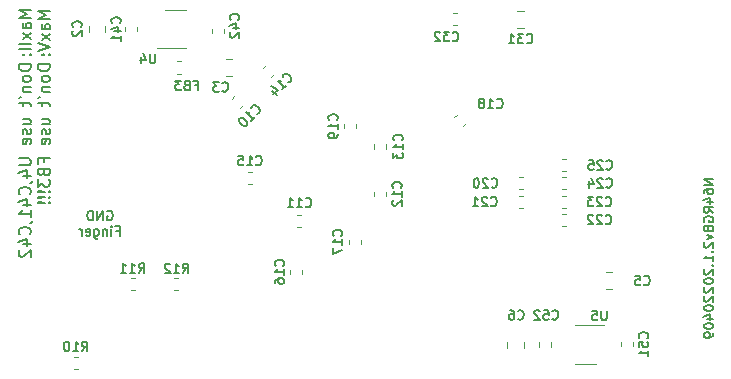
<source format=gbr>
G04 #@! TF.GenerationSoftware,KiCad,Pcbnew,(6.0.4)*
G04 #@! TF.CreationDate,2022-07-13T22:26:53+02:00*
G04 #@! TF.ProjectId,n64rgbv2.1,6e363472-6762-4763-922e-312e6b696361,rev?*
G04 #@! TF.SameCoordinates,Original*
G04 #@! TF.FileFunction,Legend,Bot*
G04 #@! TF.FilePolarity,Positive*
%FSLAX46Y46*%
G04 Gerber Fmt 4.6, Leading zero omitted, Abs format (unit mm)*
G04 Created by KiCad (PCBNEW (6.0.4)) date 2022-07-13 22:26:53*
%MOMM*%
%LPD*%
G01*
G04 APERTURE LIST*
%ADD10C,0.150000*%
%ADD11C,0.120000*%
G04 APERTURE END LIST*
D10*
X115928580Y-93705995D02*
X114928580Y-93705995D01*
X114928580Y-93944090D01*
X114976200Y-94086947D01*
X115071438Y-94182185D01*
X115166676Y-94229804D01*
X115357152Y-94277423D01*
X115500009Y-94277423D01*
X115690485Y-94229804D01*
X115785723Y-94182185D01*
X115880961Y-94086947D01*
X115928580Y-93944090D01*
X115928580Y-93705995D01*
X115928580Y-94848852D02*
X115880961Y-94753614D01*
X115833342Y-94705995D01*
X115738104Y-94658376D01*
X115452390Y-94658376D01*
X115357152Y-94705995D01*
X115309533Y-94753614D01*
X115261914Y-94848852D01*
X115261914Y-94991709D01*
X115309533Y-95086947D01*
X115357152Y-95134566D01*
X115452390Y-95182185D01*
X115738104Y-95182185D01*
X115833342Y-95134566D01*
X115880961Y-95086947D01*
X115928580Y-94991709D01*
X115928580Y-94848852D01*
X115261914Y-95610757D02*
X115928580Y-95610757D01*
X115357152Y-95610757D02*
X115309533Y-95658376D01*
X115261914Y-95753614D01*
X115261914Y-95896471D01*
X115309533Y-95991709D01*
X115404771Y-96039328D01*
X115928580Y-96039328D01*
X114928580Y-96563138D02*
X115119057Y-96467900D01*
X115261914Y-96848852D02*
X115261914Y-97229804D01*
X114928580Y-96991709D02*
X115785723Y-96991709D01*
X115880961Y-97039328D01*
X115928580Y-97134566D01*
X115928580Y-97229804D01*
X115261914Y-98753614D02*
X115928580Y-98753614D01*
X115261914Y-98325042D02*
X115785723Y-98325042D01*
X115880961Y-98372661D01*
X115928580Y-98467900D01*
X115928580Y-98610757D01*
X115880961Y-98705995D01*
X115833342Y-98753614D01*
X115880961Y-99182185D02*
X115928580Y-99277423D01*
X115928580Y-99467900D01*
X115880961Y-99563138D01*
X115785723Y-99610757D01*
X115738104Y-99610757D01*
X115642866Y-99563138D01*
X115595247Y-99467900D01*
X115595247Y-99325042D01*
X115547628Y-99229804D01*
X115452390Y-99182185D01*
X115404771Y-99182185D01*
X115309533Y-99229804D01*
X115261914Y-99325042D01*
X115261914Y-99467900D01*
X115309533Y-99563138D01*
X115880961Y-100420280D02*
X115928580Y-100325042D01*
X115928580Y-100134566D01*
X115880961Y-100039328D01*
X115785723Y-99991709D01*
X115404771Y-99991709D01*
X115309533Y-100039328D01*
X115261914Y-100134566D01*
X115261914Y-100325042D01*
X115309533Y-100420280D01*
X115404771Y-100467900D01*
X115500009Y-100467900D01*
X115595247Y-99991709D01*
X114928580Y-101658376D02*
X115738104Y-101658376D01*
X115833342Y-101705995D01*
X115880961Y-101753614D01*
X115928580Y-101848852D01*
X115928580Y-102039328D01*
X115880961Y-102134566D01*
X115833342Y-102182185D01*
X115738104Y-102229804D01*
X114928580Y-102229804D01*
X115261914Y-103134566D02*
X115928580Y-103134566D01*
X114880961Y-102896471D02*
X115595247Y-102658376D01*
X115595247Y-103277423D01*
X115880961Y-103705995D02*
X115928580Y-103705995D01*
X116023819Y-103658376D01*
X116071438Y-103610757D01*
X115833342Y-104705995D02*
X115880961Y-104658376D01*
X115928580Y-104515519D01*
X115928580Y-104420280D01*
X115880961Y-104277423D01*
X115785723Y-104182185D01*
X115690485Y-104134566D01*
X115500009Y-104086947D01*
X115357152Y-104086947D01*
X115166676Y-104134566D01*
X115071438Y-104182185D01*
X114976200Y-104277423D01*
X114928580Y-104420280D01*
X114928580Y-104515519D01*
X114976200Y-104658376D01*
X115023819Y-104705995D01*
X115261914Y-105563138D02*
X115928580Y-105563138D01*
X114880961Y-105325042D02*
X115595247Y-105086947D01*
X115595247Y-105705995D01*
X115928580Y-106610757D02*
X115928580Y-106039328D01*
X115928580Y-106325042D02*
X114928580Y-106325042D01*
X115071438Y-106229804D01*
X115166676Y-106134566D01*
X115214295Y-106039328D01*
X115880961Y-107086947D02*
X115928580Y-107086947D01*
X116023819Y-107039328D01*
X116071438Y-106991709D01*
X115833342Y-108086947D02*
X115880961Y-108039328D01*
X115928580Y-107896471D01*
X115928580Y-107801233D01*
X115880961Y-107658376D01*
X115785723Y-107563138D01*
X115690485Y-107515519D01*
X115500009Y-107467900D01*
X115357152Y-107467900D01*
X115166676Y-107515519D01*
X115071438Y-107563138D01*
X114976200Y-107658376D01*
X114928580Y-107801233D01*
X114928580Y-107896471D01*
X114976200Y-108039328D01*
X115023819Y-108086947D01*
X115261914Y-108944090D02*
X115928580Y-108944090D01*
X114880961Y-108705995D02*
X115595247Y-108467900D01*
X115595247Y-109086947D01*
X115023819Y-109420280D02*
X114976200Y-109467900D01*
X114928580Y-109563138D01*
X114928580Y-109801233D01*
X114976200Y-109896471D01*
X115023819Y-109944090D01*
X115119057Y-109991709D01*
X115214295Y-109991709D01*
X115357152Y-109944090D01*
X115928580Y-109372661D01*
X115928580Y-109991709D01*
X117538580Y-93705995D02*
X116538580Y-93705995D01*
X116538580Y-93944090D01*
X116586200Y-94086947D01*
X116681438Y-94182185D01*
X116776676Y-94229804D01*
X116967152Y-94277423D01*
X117110009Y-94277423D01*
X117300485Y-94229804D01*
X117395723Y-94182185D01*
X117490961Y-94086947D01*
X117538580Y-93944090D01*
X117538580Y-93705995D01*
X117538580Y-94848852D02*
X117490961Y-94753614D01*
X117443342Y-94705995D01*
X117348104Y-94658376D01*
X117062390Y-94658376D01*
X116967152Y-94705995D01*
X116919533Y-94753614D01*
X116871914Y-94848852D01*
X116871914Y-94991709D01*
X116919533Y-95086947D01*
X116967152Y-95134566D01*
X117062390Y-95182185D01*
X117348104Y-95182185D01*
X117443342Y-95134566D01*
X117490961Y-95086947D01*
X117538580Y-94991709D01*
X117538580Y-94848852D01*
X116871914Y-95610757D02*
X117538580Y-95610757D01*
X116967152Y-95610757D02*
X116919533Y-95658376D01*
X116871914Y-95753614D01*
X116871914Y-95896471D01*
X116919533Y-95991709D01*
X117014771Y-96039328D01*
X117538580Y-96039328D01*
X116538580Y-96563138D02*
X116729057Y-96467900D01*
X116871914Y-96848852D02*
X116871914Y-97229804D01*
X116538580Y-96991709D02*
X117395723Y-96991709D01*
X117490961Y-97039328D01*
X117538580Y-97134566D01*
X117538580Y-97229804D01*
X116871914Y-98753614D02*
X117538580Y-98753614D01*
X116871914Y-98325042D02*
X117395723Y-98325042D01*
X117490961Y-98372661D01*
X117538580Y-98467900D01*
X117538580Y-98610757D01*
X117490961Y-98705995D01*
X117443342Y-98753614D01*
X117490961Y-99182185D02*
X117538580Y-99277423D01*
X117538580Y-99467900D01*
X117490961Y-99563138D01*
X117395723Y-99610757D01*
X117348104Y-99610757D01*
X117252866Y-99563138D01*
X117205247Y-99467900D01*
X117205247Y-99325042D01*
X117157628Y-99229804D01*
X117062390Y-99182185D01*
X117014771Y-99182185D01*
X116919533Y-99229804D01*
X116871914Y-99325042D01*
X116871914Y-99467900D01*
X116919533Y-99563138D01*
X117490961Y-100420280D02*
X117538580Y-100325042D01*
X117538580Y-100134566D01*
X117490961Y-100039328D01*
X117395723Y-99991709D01*
X117014771Y-99991709D01*
X116919533Y-100039328D01*
X116871914Y-100134566D01*
X116871914Y-100325042D01*
X116919533Y-100420280D01*
X117014771Y-100467900D01*
X117110009Y-100467900D01*
X117205247Y-99991709D01*
X117014771Y-101991709D02*
X117014771Y-101658376D01*
X117538580Y-101658376D02*
X116538580Y-101658376D01*
X116538580Y-102134566D01*
X117014771Y-102848852D02*
X117062390Y-102991709D01*
X117110009Y-103039328D01*
X117205247Y-103086947D01*
X117348104Y-103086947D01*
X117443342Y-103039328D01*
X117490961Y-102991709D01*
X117538580Y-102896471D01*
X117538580Y-102515519D01*
X116538580Y-102515519D01*
X116538580Y-102848852D01*
X116586200Y-102944090D01*
X116633819Y-102991709D01*
X116729057Y-103039328D01*
X116824295Y-103039328D01*
X116919533Y-102991709D01*
X116967152Y-102944090D01*
X117014771Y-102848852D01*
X117014771Y-102515519D01*
X116538580Y-103420280D02*
X116538580Y-104039328D01*
X116919533Y-103705995D01*
X116919533Y-103848852D01*
X116967152Y-103944090D01*
X117014771Y-103991709D01*
X117110009Y-104039328D01*
X117348104Y-104039328D01*
X117443342Y-103991709D01*
X117490961Y-103944090D01*
X117538580Y-103848852D01*
X117538580Y-103563138D01*
X117490961Y-103467900D01*
X117443342Y-103420280D01*
X117443342Y-104467900D02*
X117490961Y-104515519D01*
X117538580Y-104467900D01*
X117490961Y-104420280D01*
X117443342Y-104467900D01*
X117538580Y-104467900D01*
X117157628Y-104467900D02*
X116586200Y-104420280D01*
X116538580Y-104467900D01*
X116586200Y-104515519D01*
X117157628Y-104467900D01*
X116538580Y-104467900D01*
X117443342Y-104944090D02*
X117490961Y-104991709D01*
X117538580Y-104944090D01*
X117490961Y-104896471D01*
X117443342Y-104944090D01*
X117538580Y-104944090D01*
X117157628Y-104944090D02*
X116586200Y-104896471D01*
X116538580Y-104944090D01*
X116586200Y-104991709D01*
X117157628Y-104944090D01*
X116538580Y-104944090D01*
X117443342Y-105420280D02*
X117490961Y-105467900D01*
X117538580Y-105420280D01*
X117490961Y-105372661D01*
X117443342Y-105420280D01*
X117538580Y-105420280D01*
X117157628Y-105420280D02*
X116586200Y-105372661D01*
X116538580Y-105420280D01*
X116586200Y-105467900D01*
X117157628Y-105420280D01*
X116538580Y-105420280D01*
X115928580Y-89072880D02*
X114928580Y-89072880D01*
X115642866Y-89406214D01*
X114928580Y-89739547D01*
X115928580Y-89739547D01*
X115928580Y-90644309D02*
X115404771Y-90644309D01*
X115309533Y-90596690D01*
X115261914Y-90501452D01*
X115261914Y-90310976D01*
X115309533Y-90215738D01*
X115880961Y-90644309D02*
X115928580Y-90549071D01*
X115928580Y-90310976D01*
X115880961Y-90215738D01*
X115785723Y-90168119D01*
X115690485Y-90168119D01*
X115595247Y-90215738D01*
X115547628Y-90310976D01*
X115547628Y-90549071D01*
X115500009Y-90644309D01*
X115928580Y-91025261D02*
X115261914Y-91549071D01*
X115261914Y-91025261D02*
X115928580Y-91549071D01*
X115928580Y-91930023D02*
X114928580Y-91930023D01*
X115928580Y-92406214D02*
X114928580Y-92406214D01*
X115833342Y-92882404D02*
X115880961Y-92930023D01*
X115928580Y-92882404D01*
X115880961Y-92834785D01*
X115833342Y-92882404D01*
X115928580Y-92882404D01*
X115309533Y-92882404D02*
X115357152Y-92930023D01*
X115404771Y-92882404D01*
X115357152Y-92834785D01*
X115309533Y-92882404D01*
X115404771Y-92882404D01*
X117538580Y-89168119D02*
X116538580Y-89168119D01*
X117252866Y-89501452D01*
X116538580Y-89834785D01*
X117538580Y-89834785D01*
X117538580Y-90739547D02*
X117014771Y-90739547D01*
X116919533Y-90691928D01*
X116871914Y-90596690D01*
X116871914Y-90406214D01*
X116919533Y-90310976D01*
X117490961Y-90739547D02*
X117538580Y-90644309D01*
X117538580Y-90406214D01*
X117490961Y-90310976D01*
X117395723Y-90263357D01*
X117300485Y-90263357D01*
X117205247Y-90310976D01*
X117157628Y-90406214D01*
X117157628Y-90644309D01*
X117110009Y-90739547D01*
X117538580Y-91120500D02*
X116871914Y-91644309D01*
X116871914Y-91120500D02*
X117538580Y-91644309D01*
X116538580Y-91882404D02*
X117538580Y-92215738D01*
X116538580Y-92549071D01*
X117443342Y-92882404D02*
X117490961Y-92930023D01*
X117538580Y-92882404D01*
X117490961Y-92834785D01*
X117443342Y-92882404D01*
X117538580Y-92882404D01*
X116919533Y-92882404D02*
X116967152Y-92930023D01*
X117014771Y-92882404D01*
X116967152Y-92834785D01*
X116919533Y-92882404D01*
X117014771Y-92882404D01*
X173716904Y-103423285D02*
X172916904Y-103423285D01*
X173716904Y-103880428D01*
X172916904Y-103880428D01*
X172916904Y-104604238D02*
X172916904Y-104451857D01*
X172955000Y-104375666D01*
X172993095Y-104337571D01*
X173107380Y-104261380D01*
X173259761Y-104223285D01*
X173564523Y-104223285D01*
X173640714Y-104261380D01*
X173678809Y-104299476D01*
X173716904Y-104375666D01*
X173716904Y-104528047D01*
X173678809Y-104604238D01*
X173640714Y-104642333D01*
X173564523Y-104680428D01*
X173374047Y-104680428D01*
X173297857Y-104642333D01*
X173259761Y-104604238D01*
X173221666Y-104528047D01*
X173221666Y-104375666D01*
X173259761Y-104299476D01*
X173297857Y-104261380D01*
X173374047Y-104223285D01*
X173183571Y-105366142D02*
X173716904Y-105366142D01*
X172878809Y-105175666D02*
X173450238Y-104985190D01*
X173450238Y-105480428D01*
X173716904Y-106242333D02*
X173335952Y-105975666D01*
X173716904Y-105785190D02*
X172916904Y-105785190D01*
X172916904Y-106089952D01*
X172955000Y-106166142D01*
X172993095Y-106204238D01*
X173069285Y-106242333D01*
X173183571Y-106242333D01*
X173259761Y-106204238D01*
X173297857Y-106166142D01*
X173335952Y-106089952D01*
X173335952Y-105785190D01*
X172955000Y-107004238D02*
X172916904Y-106928047D01*
X172916904Y-106813761D01*
X172955000Y-106699476D01*
X173031190Y-106623285D01*
X173107380Y-106585190D01*
X173259761Y-106547095D01*
X173374047Y-106547095D01*
X173526428Y-106585190D01*
X173602619Y-106623285D01*
X173678809Y-106699476D01*
X173716904Y-106813761D01*
X173716904Y-106889952D01*
X173678809Y-107004238D01*
X173640714Y-107042333D01*
X173374047Y-107042333D01*
X173374047Y-106889952D01*
X173297857Y-107651857D02*
X173335952Y-107766142D01*
X173374047Y-107804238D01*
X173450238Y-107842333D01*
X173564523Y-107842333D01*
X173640714Y-107804238D01*
X173678809Y-107766142D01*
X173716904Y-107689952D01*
X173716904Y-107385190D01*
X172916904Y-107385190D01*
X172916904Y-107651857D01*
X172955000Y-107728047D01*
X172993095Y-107766142D01*
X173069285Y-107804238D01*
X173145476Y-107804238D01*
X173221666Y-107766142D01*
X173259761Y-107728047D01*
X173297857Y-107651857D01*
X173297857Y-107385190D01*
X173183571Y-108109000D02*
X173716904Y-108299476D01*
X173183571Y-108489952D01*
X172993095Y-108756619D02*
X172955000Y-108794714D01*
X172916904Y-108870904D01*
X172916904Y-109061380D01*
X172955000Y-109137571D01*
X172993095Y-109175666D01*
X173069285Y-109213761D01*
X173145476Y-109213761D01*
X173259761Y-109175666D01*
X173716904Y-108718523D01*
X173716904Y-109213761D01*
X173640714Y-109556619D02*
X173678809Y-109594714D01*
X173716904Y-109556619D01*
X173678809Y-109518523D01*
X173640714Y-109556619D01*
X173716904Y-109556619D01*
X173716904Y-110356619D02*
X173716904Y-109899476D01*
X173716904Y-110128047D02*
X172916904Y-110128047D01*
X173031190Y-110051857D01*
X173107380Y-109975666D01*
X173145476Y-109899476D01*
X173640714Y-110699476D02*
X173678809Y-110737571D01*
X173716904Y-110699476D01*
X173678809Y-110661380D01*
X173640714Y-110699476D01*
X173716904Y-110699476D01*
X172993095Y-111042333D02*
X172955000Y-111080428D01*
X172916904Y-111156619D01*
X172916904Y-111347095D01*
X172955000Y-111423285D01*
X172993095Y-111461380D01*
X173069285Y-111499476D01*
X173145476Y-111499476D01*
X173259761Y-111461380D01*
X173716904Y-111004238D01*
X173716904Y-111499476D01*
X172916904Y-111994714D02*
X172916904Y-112070904D01*
X172955000Y-112147095D01*
X172993095Y-112185190D01*
X173069285Y-112223285D01*
X173221666Y-112261380D01*
X173412142Y-112261380D01*
X173564523Y-112223285D01*
X173640714Y-112185190D01*
X173678809Y-112147095D01*
X173716904Y-112070904D01*
X173716904Y-111994714D01*
X173678809Y-111918523D01*
X173640714Y-111880428D01*
X173564523Y-111842333D01*
X173412142Y-111804238D01*
X173221666Y-111804238D01*
X173069285Y-111842333D01*
X172993095Y-111880428D01*
X172955000Y-111918523D01*
X172916904Y-111994714D01*
X172993095Y-112566142D02*
X172955000Y-112604238D01*
X172916904Y-112680428D01*
X172916904Y-112870904D01*
X172955000Y-112947095D01*
X172993095Y-112985190D01*
X173069285Y-113023285D01*
X173145476Y-113023285D01*
X173259761Y-112985190D01*
X173716904Y-112528047D01*
X173716904Y-113023285D01*
X172993095Y-113328047D02*
X172955000Y-113366142D01*
X172916904Y-113442333D01*
X172916904Y-113632809D01*
X172955000Y-113709000D01*
X172993095Y-113747095D01*
X173069285Y-113785190D01*
X173145476Y-113785190D01*
X173259761Y-113747095D01*
X173716904Y-113289952D01*
X173716904Y-113785190D01*
X172916904Y-114280428D02*
X172916904Y-114356619D01*
X172955000Y-114432809D01*
X172993095Y-114470904D01*
X173069285Y-114509000D01*
X173221666Y-114547095D01*
X173412142Y-114547095D01*
X173564523Y-114509000D01*
X173640714Y-114470904D01*
X173678809Y-114432809D01*
X173716904Y-114356619D01*
X173716904Y-114280428D01*
X173678809Y-114204238D01*
X173640714Y-114166142D01*
X173564523Y-114128047D01*
X173412142Y-114089952D01*
X173221666Y-114089952D01*
X173069285Y-114128047D01*
X172993095Y-114166142D01*
X172955000Y-114204238D01*
X172916904Y-114280428D01*
X173183571Y-115232809D02*
X173716904Y-115232809D01*
X172878809Y-115042333D02*
X173450238Y-114851857D01*
X173450238Y-115347095D01*
X172916904Y-115804238D02*
X172916904Y-115880428D01*
X172955000Y-115956619D01*
X172993095Y-115994714D01*
X173069285Y-116032809D01*
X173221666Y-116070904D01*
X173412142Y-116070904D01*
X173564523Y-116032809D01*
X173640714Y-115994714D01*
X173678809Y-115956619D01*
X173716904Y-115880428D01*
X173716904Y-115804238D01*
X173678809Y-115728047D01*
X173640714Y-115689952D01*
X173564523Y-115651857D01*
X173412142Y-115613761D01*
X173221666Y-115613761D01*
X173069285Y-115651857D01*
X172993095Y-115689952D01*
X172955000Y-115728047D01*
X172916904Y-115804238D01*
X173716904Y-116451857D02*
X173716904Y-116604238D01*
X173678809Y-116680428D01*
X173640714Y-116718523D01*
X173526428Y-116794714D01*
X173374047Y-116832809D01*
X173069285Y-116832809D01*
X172993095Y-116794714D01*
X172955000Y-116756619D01*
X172916904Y-116680428D01*
X172916904Y-116528047D01*
X172955000Y-116451857D01*
X172993095Y-116413761D01*
X173069285Y-116375666D01*
X173259761Y-116375666D01*
X173335952Y-116413761D01*
X173374047Y-116451857D01*
X173412142Y-116528047D01*
X173412142Y-116680428D01*
X173374047Y-116756619D01*
X173335952Y-116794714D01*
X173259761Y-116832809D01*
X122402523Y-106144000D02*
X122478714Y-106105904D01*
X122593000Y-106105904D01*
X122707285Y-106144000D01*
X122783476Y-106220190D01*
X122821571Y-106296380D01*
X122859666Y-106448761D01*
X122859666Y-106563047D01*
X122821571Y-106715428D01*
X122783476Y-106791619D01*
X122707285Y-106867809D01*
X122593000Y-106905904D01*
X122516809Y-106905904D01*
X122402523Y-106867809D01*
X122364428Y-106829714D01*
X122364428Y-106563047D01*
X122516809Y-106563047D01*
X122021571Y-106905904D02*
X122021571Y-106105904D01*
X121564428Y-106905904D01*
X121564428Y-106105904D01*
X121183476Y-106905904D02*
X121183476Y-106105904D01*
X120993000Y-106105904D01*
X120878714Y-106144000D01*
X120802523Y-106220190D01*
X120764428Y-106296380D01*
X120726333Y-106448761D01*
X120726333Y-106563047D01*
X120764428Y-106715428D01*
X120802523Y-106791619D01*
X120878714Y-106867809D01*
X120993000Y-106905904D01*
X121183476Y-106905904D01*
X123183476Y-107774857D02*
X123450142Y-107774857D01*
X123450142Y-108193904D02*
X123450142Y-107393904D01*
X123069190Y-107393904D01*
X122764428Y-108193904D02*
X122764428Y-107660571D01*
X122764428Y-107393904D02*
X122802523Y-107432000D01*
X122764428Y-107470095D01*
X122726333Y-107432000D01*
X122764428Y-107393904D01*
X122764428Y-107470095D01*
X122383476Y-107660571D02*
X122383476Y-108193904D01*
X122383476Y-107736761D02*
X122345380Y-107698666D01*
X122269190Y-107660571D01*
X122154904Y-107660571D01*
X122078714Y-107698666D01*
X122040619Y-107774857D01*
X122040619Y-108193904D01*
X121316809Y-107660571D02*
X121316809Y-108308190D01*
X121354904Y-108384380D01*
X121393000Y-108422476D01*
X121469190Y-108460571D01*
X121583476Y-108460571D01*
X121659666Y-108422476D01*
X121316809Y-108155809D02*
X121393000Y-108193904D01*
X121545380Y-108193904D01*
X121621571Y-108155809D01*
X121659666Y-108117714D01*
X121697761Y-108041523D01*
X121697761Y-107812952D01*
X121659666Y-107736761D01*
X121621571Y-107698666D01*
X121545380Y-107660571D01*
X121393000Y-107660571D01*
X121316809Y-107698666D01*
X120631095Y-108155809D02*
X120707285Y-108193904D01*
X120859666Y-108193904D01*
X120935857Y-108155809D01*
X120973952Y-108079619D01*
X120973952Y-107774857D01*
X120935857Y-107698666D01*
X120859666Y-107660571D01*
X120707285Y-107660571D01*
X120631095Y-107698666D01*
X120593000Y-107774857D01*
X120593000Y-107851047D01*
X120973952Y-107927238D01*
X120250142Y-108193904D02*
X120250142Y-107660571D01*
X120250142Y-107812952D02*
X120212047Y-107736761D01*
X120173952Y-107698666D01*
X120097761Y-107660571D01*
X120021571Y-107660571D01*
X120173714Y-90544666D02*
X120211809Y-90506571D01*
X120249904Y-90392285D01*
X120249904Y-90316095D01*
X120211809Y-90201809D01*
X120135619Y-90125619D01*
X120059428Y-90087523D01*
X119907047Y-90049428D01*
X119792761Y-90049428D01*
X119640380Y-90087523D01*
X119564190Y-90125619D01*
X119488000Y-90201809D01*
X119449904Y-90316095D01*
X119449904Y-90392285D01*
X119488000Y-90506571D01*
X119526095Y-90544666D01*
X119526095Y-90849428D02*
X119488000Y-90887523D01*
X119449904Y-90963714D01*
X119449904Y-91154190D01*
X119488000Y-91230380D01*
X119526095Y-91268476D01*
X119602285Y-91306571D01*
X119678476Y-91306571D01*
X119792761Y-91268476D01*
X120249904Y-90811333D01*
X120249904Y-91306571D01*
X135058685Y-97882375D02*
X135112560Y-97882375D01*
X135220309Y-97828500D01*
X135274184Y-97774625D01*
X135328059Y-97666876D01*
X135328059Y-97559126D01*
X135301122Y-97478314D01*
X135220309Y-97343627D01*
X135139497Y-97262815D01*
X135004810Y-97182003D01*
X134923998Y-97155065D01*
X134816248Y-97155065D01*
X134708499Y-97208940D01*
X134654624Y-97262815D01*
X134600749Y-97370564D01*
X134600749Y-97424439D01*
X134573812Y-98474998D02*
X134897061Y-98151749D01*
X134735436Y-98313374D02*
X134169751Y-97747688D01*
X134304438Y-97774625D01*
X134412187Y-97774625D01*
X134493000Y-97747688D01*
X133657940Y-98259499D02*
X133604065Y-98313374D01*
X133577128Y-98394186D01*
X133577128Y-98448061D01*
X133604065Y-98528873D01*
X133684877Y-98663560D01*
X133819564Y-98798247D01*
X133954251Y-98879059D01*
X134035064Y-98905996D01*
X134088938Y-98905996D01*
X134169751Y-98879059D01*
X134223625Y-98825184D01*
X134250563Y-98744372D01*
X134250563Y-98690497D01*
X134223625Y-98609685D01*
X134142813Y-98474998D01*
X134008126Y-98340311D01*
X133873439Y-98259499D01*
X133792627Y-98232561D01*
X133738752Y-98232561D01*
X133657940Y-98259499D01*
X139198285Y-105695714D02*
X139236380Y-105733809D01*
X139350666Y-105771904D01*
X139426857Y-105771904D01*
X139541142Y-105733809D01*
X139617333Y-105657619D01*
X139655428Y-105581428D01*
X139693523Y-105429047D01*
X139693523Y-105314761D01*
X139655428Y-105162380D01*
X139617333Y-105086190D01*
X139541142Y-105010000D01*
X139426857Y-104971904D01*
X139350666Y-104971904D01*
X139236380Y-105010000D01*
X139198285Y-105048095D01*
X138436380Y-105771904D02*
X138893523Y-105771904D01*
X138664952Y-105771904D02*
X138664952Y-104971904D01*
X138741142Y-105086190D01*
X138817333Y-105162380D01*
X138893523Y-105200476D01*
X137674476Y-105771904D02*
X138131619Y-105771904D01*
X137903047Y-105771904D02*
X137903047Y-104971904D01*
X137979238Y-105086190D01*
X138055428Y-105162380D01*
X138131619Y-105200476D01*
X147257714Y-104133714D02*
X147295809Y-104095619D01*
X147333904Y-103981333D01*
X147333904Y-103905142D01*
X147295809Y-103790857D01*
X147219619Y-103714666D01*
X147143428Y-103676571D01*
X146991047Y-103638476D01*
X146876761Y-103638476D01*
X146724380Y-103676571D01*
X146648190Y-103714666D01*
X146572000Y-103790857D01*
X146533904Y-103905142D01*
X146533904Y-103981333D01*
X146572000Y-104095619D01*
X146610095Y-104133714D01*
X147333904Y-104895619D02*
X147333904Y-104438476D01*
X147333904Y-104667047D02*
X146533904Y-104667047D01*
X146648190Y-104590857D01*
X146724380Y-104514666D01*
X146762476Y-104438476D01*
X146610095Y-105200380D02*
X146572000Y-105238476D01*
X146533904Y-105314666D01*
X146533904Y-105505142D01*
X146572000Y-105581333D01*
X146610095Y-105619428D01*
X146686285Y-105657523D01*
X146762476Y-105657523D01*
X146876761Y-105619428D01*
X147333904Y-105162285D01*
X147333904Y-105657523D01*
X137725685Y-95215375D02*
X137779560Y-95215375D01*
X137887309Y-95161500D01*
X137941184Y-95107625D01*
X137995059Y-94999876D01*
X137995059Y-94892126D01*
X137968122Y-94811314D01*
X137887309Y-94676627D01*
X137806497Y-94595815D01*
X137671810Y-94515003D01*
X137590998Y-94488065D01*
X137483248Y-94488065D01*
X137375499Y-94541940D01*
X137321624Y-94595815D01*
X137267749Y-94703564D01*
X137267749Y-94757439D01*
X137240812Y-95807998D02*
X137564061Y-95484749D01*
X137402436Y-95646374D02*
X136836751Y-95080688D01*
X136971438Y-95107625D01*
X137079187Y-95107625D01*
X137160000Y-95080688D01*
X136378815Y-95915748D02*
X136755938Y-96292871D01*
X136298003Y-95565561D02*
X136836751Y-95834935D01*
X136486564Y-96185122D01*
X135007285Y-102163373D02*
X135045380Y-102201468D01*
X135159666Y-102239563D01*
X135235857Y-102239563D01*
X135350142Y-102201468D01*
X135426333Y-102125278D01*
X135464428Y-102049087D01*
X135502523Y-101896706D01*
X135502523Y-101782420D01*
X135464428Y-101630039D01*
X135426333Y-101553849D01*
X135350142Y-101477659D01*
X135235857Y-101439563D01*
X135159666Y-101439563D01*
X135045380Y-101477659D01*
X135007285Y-101515754D01*
X134245380Y-102239563D02*
X134702523Y-102239563D01*
X134473952Y-102239563D02*
X134473952Y-101439563D01*
X134550142Y-101553849D01*
X134626333Y-101630039D01*
X134702523Y-101668135D01*
X133521571Y-101439563D02*
X133902523Y-101439563D01*
X133940619Y-101820516D01*
X133902523Y-101782420D01*
X133826333Y-101744325D01*
X133635857Y-101744325D01*
X133559666Y-101782420D01*
X133521571Y-101820516D01*
X133483476Y-101896706D01*
X133483476Y-102087182D01*
X133521571Y-102163373D01*
X133559666Y-102201468D01*
X133635857Y-102239563D01*
X133826333Y-102239563D01*
X133902523Y-102201468D01*
X133940619Y-102163373D01*
X137318714Y-110737714D02*
X137356809Y-110699619D01*
X137394904Y-110585333D01*
X137394904Y-110509142D01*
X137356809Y-110394857D01*
X137280619Y-110318666D01*
X137204428Y-110280571D01*
X137052047Y-110242476D01*
X136937761Y-110242476D01*
X136785380Y-110280571D01*
X136709190Y-110318666D01*
X136633000Y-110394857D01*
X136594904Y-110509142D01*
X136594904Y-110585333D01*
X136633000Y-110699619D01*
X136671095Y-110737714D01*
X137394904Y-111499619D02*
X137394904Y-111042476D01*
X137394904Y-111271047D02*
X136594904Y-111271047D01*
X136709190Y-111194857D01*
X136785380Y-111118666D01*
X136823476Y-111042476D01*
X136594904Y-112185333D02*
X136594904Y-112032952D01*
X136633000Y-111956761D01*
X136671095Y-111918666D01*
X136785380Y-111842476D01*
X136937761Y-111804380D01*
X137242523Y-111804380D01*
X137318714Y-111842476D01*
X137356809Y-111880571D01*
X137394904Y-111956761D01*
X137394904Y-112109142D01*
X137356809Y-112185333D01*
X137318714Y-112223428D01*
X137242523Y-112261523D01*
X137052047Y-112261523D01*
X136975857Y-112223428D01*
X136937761Y-112185333D01*
X136899666Y-112109142D01*
X136899666Y-111956761D01*
X136937761Y-111880571D01*
X136975857Y-111842476D01*
X137052047Y-111804380D01*
X142238714Y-108197714D02*
X142276809Y-108159619D01*
X142314904Y-108045333D01*
X142314904Y-107969142D01*
X142276809Y-107854857D01*
X142200619Y-107778666D01*
X142124428Y-107740571D01*
X141972047Y-107702476D01*
X141857761Y-107702476D01*
X141705380Y-107740571D01*
X141629190Y-107778666D01*
X141553000Y-107854857D01*
X141514904Y-107969142D01*
X141514904Y-108045333D01*
X141553000Y-108159619D01*
X141591095Y-108197714D01*
X142314904Y-108959619D02*
X142314904Y-108502476D01*
X142314904Y-108731047D02*
X141514904Y-108731047D01*
X141629190Y-108654857D01*
X141705380Y-108578666D01*
X141743476Y-108502476D01*
X141514904Y-109226285D02*
X141514904Y-109759619D01*
X142314904Y-109416761D01*
X155390785Y-97313714D02*
X155428880Y-97351809D01*
X155543166Y-97389904D01*
X155619357Y-97389904D01*
X155733642Y-97351809D01*
X155809833Y-97275619D01*
X155847928Y-97199428D01*
X155886023Y-97047047D01*
X155886023Y-96932761D01*
X155847928Y-96780380D01*
X155809833Y-96704190D01*
X155733642Y-96628000D01*
X155619357Y-96589904D01*
X155543166Y-96589904D01*
X155428880Y-96628000D01*
X155390785Y-96666095D01*
X154628880Y-97389904D02*
X155086023Y-97389904D01*
X154857452Y-97389904D02*
X154857452Y-96589904D01*
X154933642Y-96704190D01*
X155009833Y-96780380D01*
X155086023Y-96818476D01*
X154171738Y-96932761D02*
X154247928Y-96894666D01*
X154286023Y-96856571D01*
X154324119Y-96780380D01*
X154324119Y-96742285D01*
X154286023Y-96666095D01*
X154247928Y-96628000D01*
X154171738Y-96589904D01*
X154019357Y-96589904D01*
X153943166Y-96628000D01*
X153905071Y-96666095D01*
X153866976Y-96742285D01*
X153866976Y-96780380D01*
X153905071Y-96856571D01*
X153943166Y-96894666D01*
X154019357Y-96932761D01*
X154171738Y-96932761D01*
X154247928Y-96970857D01*
X154286023Y-97008952D01*
X154324119Y-97085142D01*
X154324119Y-97237523D01*
X154286023Y-97313714D01*
X154247928Y-97351809D01*
X154171738Y-97389904D01*
X154019357Y-97389904D01*
X153943166Y-97351809D01*
X153905071Y-97313714D01*
X153866976Y-97237523D01*
X153866976Y-97085142D01*
X153905071Y-97008952D01*
X153943166Y-96970857D01*
X154019357Y-96932761D01*
X141857714Y-98418714D02*
X141895809Y-98380619D01*
X141933904Y-98266333D01*
X141933904Y-98190142D01*
X141895809Y-98075857D01*
X141819619Y-97999666D01*
X141743428Y-97961571D01*
X141591047Y-97923476D01*
X141476761Y-97923476D01*
X141324380Y-97961571D01*
X141248190Y-97999666D01*
X141172000Y-98075857D01*
X141133904Y-98190142D01*
X141133904Y-98266333D01*
X141172000Y-98380619D01*
X141210095Y-98418714D01*
X141933904Y-99180619D02*
X141933904Y-98723476D01*
X141933904Y-98952047D02*
X141133904Y-98952047D01*
X141248190Y-98875857D01*
X141324380Y-98799666D01*
X141362476Y-98723476D01*
X141933904Y-99561571D02*
X141933904Y-99713952D01*
X141895809Y-99790142D01*
X141857714Y-99828238D01*
X141743428Y-99904428D01*
X141591047Y-99942523D01*
X141286285Y-99942523D01*
X141210095Y-99904428D01*
X141172000Y-99866333D01*
X141133904Y-99790142D01*
X141133904Y-99637761D01*
X141172000Y-99561571D01*
X141210095Y-99523476D01*
X141286285Y-99485380D01*
X141476761Y-99485380D01*
X141552952Y-99523476D01*
X141591047Y-99561571D01*
X141629142Y-99637761D01*
X141629142Y-99790142D01*
X141591047Y-99866333D01*
X141552952Y-99904428D01*
X141476761Y-99942523D01*
X133508714Y-89909714D02*
X133546809Y-89871619D01*
X133584904Y-89757333D01*
X133584904Y-89681142D01*
X133546809Y-89566857D01*
X133470619Y-89490666D01*
X133394428Y-89452571D01*
X133242047Y-89414476D01*
X133127761Y-89414476D01*
X132975380Y-89452571D01*
X132899190Y-89490666D01*
X132823000Y-89566857D01*
X132784904Y-89681142D01*
X132784904Y-89757333D01*
X132823000Y-89871619D01*
X132861095Y-89909714D01*
X133051571Y-90595428D02*
X133584904Y-90595428D01*
X132746809Y-90404952D02*
X133318238Y-90214476D01*
X133318238Y-90709714D01*
X132861095Y-90976380D02*
X132823000Y-91014476D01*
X132784904Y-91090666D01*
X132784904Y-91281142D01*
X132823000Y-91357333D01*
X132861095Y-91395428D01*
X132937285Y-91433523D01*
X133013476Y-91433523D01*
X133127761Y-91395428D01*
X133584904Y-90938285D01*
X133584904Y-91433523D01*
X126466523Y-92779904D02*
X126466523Y-93427523D01*
X126428428Y-93503714D01*
X126390333Y-93541809D01*
X126314142Y-93579904D01*
X126161761Y-93579904D01*
X126085571Y-93541809D01*
X126047476Y-93503714D01*
X126009380Y-93427523D01*
X126009380Y-92779904D01*
X125285571Y-93046571D02*
X125285571Y-93579904D01*
X125476047Y-92741809D02*
X125666523Y-93313238D01*
X125171285Y-93313238D01*
X164598285Y-105632214D02*
X164636380Y-105670309D01*
X164750666Y-105708404D01*
X164826857Y-105708404D01*
X164941142Y-105670309D01*
X165017333Y-105594119D01*
X165055428Y-105517928D01*
X165093523Y-105365547D01*
X165093523Y-105251261D01*
X165055428Y-105098880D01*
X165017333Y-105022690D01*
X164941142Y-104946500D01*
X164826857Y-104908404D01*
X164750666Y-104908404D01*
X164636380Y-104946500D01*
X164598285Y-104984595D01*
X164293523Y-104984595D02*
X164255428Y-104946500D01*
X164179238Y-104908404D01*
X163988761Y-104908404D01*
X163912571Y-104946500D01*
X163874476Y-104984595D01*
X163836380Y-105060785D01*
X163836380Y-105136976D01*
X163874476Y-105251261D01*
X164331619Y-105708404D01*
X163836380Y-105708404D01*
X163569714Y-104908404D02*
X163074476Y-104908404D01*
X163341142Y-105213166D01*
X163226857Y-105213166D01*
X163150666Y-105251261D01*
X163112571Y-105289357D01*
X163074476Y-105365547D01*
X163074476Y-105556023D01*
X163112571Y-105632214D01*
X163150666Y-105670309D01*
X163226857Y-105708404D01*
X163455428Y-105708404D01*
X163531619Y-105670309D01*
X163569714Y-105632214D01*
X164661785Y-104044714D02*
X164699880Y-104082809D01*
X164814166Y-104120904D01*
X164890357Y-104120904D01*
X165004642Y-104082809D01*
X165080833Y-104006619D01*
X165118928Y-103930428D01*
X165157023Y-103778047D01*
X165157023Y-103663761D01*
X165118928Y-103511380D01*
X165080833Y-103435190D01*
X165004642Y-103359000D01*
X164890357Y-103320904D01*
X164814166Y-103320904D01*
X164699880Y-103359000D01*
X164661785Y-103397095D01*
X164357023Y-103397095D02*
X164318928Y-103359000D01*
X164242738Y-103320904D01*
X164052261Y-103320904D01*
X163976071Y-103359000D01*
X163937976Y-103397095D01*
X163899880Y-103473285D01*
X163899880Y-103549476D01*
X163937976Y-103663761D01*
X164395119Y-104120904D01*
X163899880Y-104120904D01*
X163214166Y-103587571D02*
X163214166Y-104120904D01*
X163404642Y-103282809D02*
X163595119Y-103854238D01*
X163099880Y-103854238D01*
X164598285Y-107156214D02*
X164636380Y-107194309D01*
X164750666Y-107232404D01*
X164826857Y-107232404D01*
X164941142Y-107194309D01*
X165017333Y-107118119D01*
X165055428Y-107041928D01*
X165093523Y-106889547D01*
X165093523Y-106775261D01*
X165055428Y-106622880D01*
X165017333Y-106546690D01*
X164941142Y-106470500D01*
X164826857Y-106432404D01*
X164750666Y-106432404D01*
X164636380Y-106470500D01*
X164598285Y-106508595D01*
X164293523Y-106508595D02*
X164255428Y-106470500D01*
X164179238Y-106432404D01*
X163988761Y-106432404D01*
X163912571Y-106470500D01*
X163874476Y-106508595D01*
X163836380Y-106584785D01*
X163836380Y-106660976D01*
X163874476Y-106775261D01*
X164331619Y-107232404D01*
X163836380Y-107232404D01*
X163531619Y-106508595D02*
X163493523Y-106470500D01*
X163417333Y-106432404D01*
X163226857Y-106432404D01*
X163150666Y-106470500D01*
X163112571Y-106508595D01*
X163074476Y-106584785D01*
X163074476Y-106660976D01*
X163112571Y-106775261D01*
X163569714Y-107232404D01*
X163074476Y-107232404D01*
X164661785Y-102520714D02*
X164699880Y-102558809D01*
X164814166Y-102596904D01*
X164890357Y-102596904D01*
X165004642Y-102558809D01*
X165080833Y-102482619D01*
X165118928Y-102406428D01*
X165157023Y-102254047D01*
X165157023Y-102139761D01*
X165118928Y-101987380D01*
X165080833Y-101911190D01*
X165004642Y-101835000D01*
X164890357Y-101796904D01*
X164814166Y-101796904D01*
X164699880Y-101835000D01*
X164661785Y-101873095D01*
X164357023Y-101873095D02*
X164318928Y-101835000D01*
X164242738Y-101796904D01*
X164052261Y-101796904D01*
X163976071Y-101835000D01*
X163937976Y-101873095D01*
X163899880Y-101949285D01*
X163899880Y-102025476D01*
X163937976Y-102139761D01*
X164395119Y-102596904D01*
X163899880Y-102596904D01*
X163176071Y-101796904D02*
X163557023Y-101796904D01*
X163595119Y-102177857D01*
X163557023Y-102139761D01*
X163480833Y-102101666D01*
X163290357Y-102101666D01*
X163214166Y-102139761D01*
X163176071Y-102177857D01*
X163137976Y-102254047D01*
X163137976Y-102444523D01*
X163176071Y-102520714D01*
X163214166Y-102558809D01*
X163290357Y-102596904D01*
X163480833Y-102596904D01*
X163557023Y-102558809D01*
X163595119Y-102520714D01*
X167836833Y-112299714D02*
X167874928Y-112337809D01*
X167989214Y-112375904D01*
X168065404Y-112375904D01*
X168179690Y-112337809D01*
X168255880Y-112261619D01*
X168293976Y-112185428D01*
X168332071Y-112033047D01*
X168332071Y-111918761D01*
X168293976Y-111766380D01*
X168255880Y-111690190D01*
X168179690Y-111614000D01*
X168065404Y-111575904D01*
X167989214Y-111575904D01*
X167874928Y-111614000D01*
X167836833Y-111652095D01*
X167113023Y-111575904D02*
X167493976Y-111575904D01*
X167532071Y-111956857D01*
X167493976Y-111918761D01*
X167417785Y-111880666D01*
X167227309Y-111880666D01*
X167151119Y-111918761D01*
X167113023Y-111956857D01*
X167074928Y-112033047D01*
X167074928Y-112223523D01*
X167113023Y-112299714D01*
X167151119Y-112337809D01*
X167227309Y-112375904D01*
X167417785Y-112375904D01*
X167493976Y-112337809D01*
X167532071Y-112299714D01*
X129825666Y-95446857D02*
X130092333Y-95446857D01*
X130092333Y-95865904D02*
X130092333Y-95065904D01*
X129711380Y-95065904D01*
X129139952Y-95446857D02*
X129025666Y-95484952D01*
X128987571Y-95523047D01*
X128949476Y-95599238D01*
X128949476Y-95713523D01*
X128987571Y-95789714D01*
X129025666Y-95827809D01*
X129101857Y-95865904D01*
X129406619Y-95865904D01*
X129406619Y-95065904D01*
X129139952Y-95065904D01*
X129063761Y-95104000D01*
X129025666Y-95142095D01*
X128987571Y-95218285D01*
X128987571Y-95294476D01*
X129025666Y-95370666D01*
X129063761Y-95408761D01*
X129139952Y-95446857D01*
X129406619Y-95446857D01*
X128682809Y-95065904D02*
X128187571Y-95065904D01*
X128454238Y-95370666D01*
X128339952Y-95370666D01*
X128263761Y-95408761D01*
X128225666Y-95446857D01*
X128187571Y-95523047D01*
X128187571Y-95713523D01*
X128225666Y-95789714D01*
X128263761Y-95827809D01*
X128339952Y-95865904D01*
X128568523Y-95865904D01*
X128644714Y-95827809D01*
X128682809Y-95789714D01*
X154882785Y-105632214D02*
X154920880Y-105670309D01*
X155035166Y-105708404D01*
X155111357Y-105708404D01*
X155225642Y-105670309D01*
X155301833Y-105594119D01*
X155339928Y-105517928D01*
X155378023Y-105365547D01*
X155378023Y-105251261D01*
X155339928Y-105098880D01*
X155301833Y-105022690D01*
X155225642Y-104946500D01*
X155111357Y-104908404D01*
X155035166Y-104908404D01*
X154920880Y-104946500D01*
X154882785Y-104984595D01*
X154578023Y-104984595D02*
X154539928Y-104946500D01*
X154463738Y-104908404D01*
X154273261Y-104908404D01*
X154197071Y-104946500D01*
X154158976Y-104984595D01*
X154120880Y-105060785D01*
X154120880Y-105136976D01*
X154158976Y-105251261D01*
X154616119Y-105708404D01*
X154120880Y-105708404D01*
X153358976Y-105708404D02*
X153816119Y-105708404D01*
X153587547Y-105708404D02*
X153587547Y-104908404D01*
X153663738Y-105022690D01*
X153739928Y-105098880D01*
X153816119Y-105136976D01*
X154946285Y-104044714D02*
X154984380Y-104082809D01*
X155098666Y-104120904D01*
X155174857Y-104120904D01*
X155289142Y-104082809D01*
X155365333Y-104006619D01*
X155403428Y-103930428D01*
X155441523Y-103778047D01*
X155441523Y-103663761D01*
X155403428Y-103511380D01*
X155365333Y-103435190D01*
X155289142Y-103359000D01*
X155174857Y-103320904D01*
X155098666Y-103320904D01*
X154984380Y-103359000D01*
X154946285Y-103397095D01*
X154641523Y-103397095D02*
X154603428Y-103359000D01*
X154527238Y-103320904D01*
X154336761Y-103320904D01*
X154260571Y-103359000D01*
X154222476Y-103397095D01*
X154184380Y-103473285D01*
X154184380Y-103549476D01*
X154222476Y-103663761D01*
X154679619Y-104120904D01*
X154184380Y-104120904D01*
X153689142Y-103320904D02*
X153612952Y-103320904D01*
X153536761Y-103359000D01*
X153498666Y-103397095D01*
X153460571Y-103473285D01*
X153422476Y-103625666D01*
X153422476Y-103816142D01*
X153460571Y-103968523D01*
X153498666Y-104044714D01*
X153536761Y-104082809D01*
X153612952Y-104120904D01*
X153689142Y-104120904D01*
X153765333Y-104082809D01*
X153803428Y-104044714D01*
X153841523Y-103968523D01*
X153879619Y-103816142D01*
X153879619Y-103625666D01*
X153841523Y-103473285D01*
X153803428Y-103397095D01*
X153765333Y-103359000D01*
X153689142Y-103320904D01*
X151644285Y-91662214D02*
X151682380Y-91700309D01*
X151796666Y-91738404D01*
X151872857Y-91738404D01*
X151987142Y-91700309D01*
X152063333Y-91624119D01*
X152101428Y-91547928D01*
X152139523Y-91395547D01*
X152139523Y-91281261D01*
X152101428Y-91128880D01*
X152063333Y-91052690D01*
X151987142Y-90976500D01*
X151872857Y-90938404D01*
X151796666Y-90938404D01*
X151682380Y-90976500D01*
X151644285Y-91014595D01*
X151377619Y-90938404D02*
X150882380Y-90938404D01*
X151149047Y-91243166D01*
X151034761Y-91243166D01*
X150958571Y-91281261D01*
X150920476Y-91319357D01*
X150882380Y-91395547D01*
X150882380Y-91586023D01*
X150920476Y-91662214D01*
X150958571Y-91700309D01*
X151034761Y-91738404D01*
X151263333Y-91738404D01*
X151339523Y-91700309D01*
X151377619Y-91662214D01*
X150577619Y-91014595D02*
X150539523Y-90976500D01*
X150463333Y-90938404D01*
X150272857Y-90938404D01*
X150196666Y-90976500D01*
X150158571Y-91014595D01*
X150120476Y-91090785D01*
X150120476Y-91166976D01*
X150158571Y-91281261D01*
X150615714Y-91738404D01*
X150120476Y-91738404D01*
X157915785Y-91851714D02*
X157953880Y-91889809D01*
X158068166Y-91927904D01*
X158144357Y-91927904D01*
X158258642Y-91889809D01*
X158334833Y-91813619D01*
X158372928Y-91737428D01*
X158411023Y-91585047D01*
X158411023Y-91470761D01*
X158372928Y-91318380D01*
X158334833Y-91242190D01*
X158258642Y-91166000D01*
X158144357Y-91127904D01*
X158068166Y-91127904D01*
X157953880Y-91166000D01*
X157915785Y-91204095D01*
X157649119Y-91127904D02*
X157153880Y-91127904D01*
X157420547Y-91432666D01*
X157306261Y-91432666D01*
X157230071Y-91470761D01*
X157191976Y-91508857D01*
X157153880Y-91585047D01*
X157153880Y-91775523D01*
X157191976Y-91851714D01*
X157230071Y-91889809D01*
X157306261Y-91927904D01*
X157534833Y-91927904D01*
X157611023Y-91889809D01*
X157649119Y-91851714D01*
X156391976Y-91927904D02*
X156849119Y-91927904D01*
X156620547Y-91927904D02*
X156620547Y-91127904D01*
X156696738Y-91242190D01*
X156772928Y-91318380D01*
X156849119Y-91356476D01*
X164693523Y-114560404D02*
X164693523Y-115208023D01*
X164655428Y-115284214D01*
X164617333Y-115322309D01*
X164541142Y-115360404D01*
X164388761Y-115360404D01*
X164312571Y-115322309D01*
X164274476Y-115284214D01*
X164236380Y-115208023D01*
X164236380Y-114560404D01*
X163474476Y-114560404D02*
X163855428Y-114560404D01*
X163893523Y-114941357D01*
X163855428Y-114903261D01*
X163779238Y-114865166D01*
X163588761Y-114865166D01*
X163512571Y-114903261D01*
X163474476Y-114941357D01*
X163436380Y-115017547D01*
X163436380Y-115208023D01*
X163474476Y-115284214D01*
X163512571Y-115322309D01*
X163588761Y-115360404D01*
X163779238Y-115360404D01*
X163855428Y-115322309D01*
X163893523Y-115284214D01*
X157168833Y-115220714D02*
X157206928Y-115258809D01*
X157321214Y-115296904D01*
X157397404Y-115296904D01*
X157511690Y-115258809D01*
X157587880Y-115182619D01*
X157625976Y-115106428D01*
X157664071Y-114954047D01*
X157664071Y-114839761D01*
X157625976Y-114687380D01*
X157587880Y-114611190D01*
X157511690Y-114535000D01*
X157397404Y-114496904D01*
X157321214Y-114496904D01*
X157206928Y-114535000D01*
X157168833Y-114573095D01*
X156483119Y-114496904D02*
X156635500Y-114496904D01*
X156711690Y-114535000D01*
X156749785Y-114573095D01*
X156825976Y-114687380D01*
X156864071Y-114839761D01*
X156864071Y-115144523D01*
X156825976Y-115220714D01*
X156787880Y-115258809D01*
X156711690Y-115296904D01*
X156559309Y-115296904D01*
X156483119Y-115258809D01*
X156445023Y-115220714D01*
X156406928Y-115144523D01*
X156406928Y-114954047D01*
X156445023Y-114877857D01*
X156483119Y-114839761D01*
X156559309Y-114801666D01*
X156711690Y-114801666D01*
X156787880Y-114839761D01*
X156825976Y-114877857D01*
X156864071Y-114954047D01*
X168116214Y-116874254D02*
X168154309Y-116836159D01*
X168192404Y-116721873D01*
X168192404Y-116645682D01*
X168154309Y-116531397D01*
X168078119Y-116455206D01*
X168001928Y-116417111D01*
X167849547Y-116379016D01*
X167735261Y-116379016D01*
X167582880Y-116417111D01*
X167506690Y-116455206D01*
X167430500Y-116531397D01*
X167392404Y-116645682D01*
X167392404Y-116721873D01*
X167430500Y-116836159D01*
X167468595Y-116874254D01*
X167392404Y-117598063D02*
X167392404Y-117217111D01*
X167773357Y-117179016D01*
X167735261Y-117217111D01*
X167697166Y-117293301D01*
X167697166Y-117483778D01*
X167735261Y-117559968D01*
X167773357Y-117598063D01*
X167849547Y-117636159D01*
X168040023Y-117636159D01*
X168116214Y-117598063D01*
X168154309Y-117559968D01*
X168192404Y-117483778D01*
X168192404Y-117293301D01*
X168154309Y-117217111D01*
X168116214Y-117179016D01*
X168192404Y-118398063D02*
X168192404Y-117940920D01*
X168192404Y-118169492D02*
X167392404Y-118169492D01*
X167506690Y-118093301D01*
X167582880Y-118017111D01*
X167620976Y-117940920D01*
X160089785Y-115220714D02*
X160127880Y-115258809D01*
X160242166Y-115296904D01*
X160318357Y-115296904D01*
X160432642Y-115258809D01*
X160508833Y-115182619D01*
X160546928Y-115106428D01*
X160585023Y-114954047D01*
X160585023Y-114839761D01*
X160546928Y-114687380D01*
X160508833Y-114611190D01*
X160432642Y-114535000D01*
X160318357Y-114496904D01*
X160242166Y-114496904D01*
X160127880Y-114535000D01*
X160089785Y-114573095D01*
X159365976Y-114496904D02*
X159746928Y-114496904D01*
X159785023Y-114877857D01*
X159746928Y-114839761D01*
X159670738Y-114801666D01*
X159480261Y-114801666D01*
X159404071Y-114839761D01*
X159365976Y-114877857D01*
X159327880Y-114954047D01*
X159327880Y-115144523D01*
X159365976Y-115220714D01*
X159404071Y-115258809D01*
X159480261Y-115296904D01*
X159670738Y-115296904D01*
X159746928Y-115258809D01*
X159785023Y-115220714D01*
X159023119Y-114573095D02*
X158985023Y-114535000D01*
X158908833Y-114496904D01*
X158718357Y-114496904D01*
X158642166Y-114535000D01*
X158604071Y-114573095D01*
X158565976Y-114649285D01*
X158565976Y-114725476D01*
X158604071Y-114839761D01*
X159061214Y-115296904D01*
X158565976Y-115296904D01*
X132149833Y-95916714D02*
X132187928Y-95954809D01*
X132302214Y-95992904D01*
X132378404Y-95992904D01*
X132492690Y-95954809D01*
X132568880Y-95878619D01*
X132606976Y-95802428D01*
X132645071Y-95650047D01*
X132645071Y-95535761D01*
X132606976Y-95383380D01*
X132568880Y-95307190D01*
X132492690Y-95231000D01*
X132378404Y-95192904D01*
X132302214Y-95192904D01*
X132187928Y-95231000D01*
X132149833Y-95269095D01*
X131883166Y-95192904D02*
X131387928Y-95192904D01*
X131654595Y-95497666D01*
X131540309Y-95497666D01*
X131464119Y-95535761D01*
X131426023Y-95573857D01*
X131387928Y-95650047D01*
X131387928Y-95840523D01*
X131426023Y-95916714D01*
X131464119Y-95954809D01*
X131540309Y-95992904D01*
X131768880Y-95992904D01*
X131845071Y-95954809D01*
X131883166Y-95916714D01*
X128799285Y-111355904D02*
X129065952Y-110974952D01*
X129256428Y-111355904D02*
X129256428Y-110555904D01*
X128951666Y-110555904D01*
X128875476Y-110594000D01*
X128837380Y-110632095D01*
X128799285Y-110708285D01*
X128799285Y-110822571D01*
X128837380Y-110898761D01*
X128875476Y-110936857D01*
X128951666Y-110974952D01*
X129256428Y-110974952D01*
X128037380Y-111355904D02*
X128494523Y-111355904D01*
X128265952Y-111355904D02*
X128265952Y-110555904D01*
X128342142Y-110670190D01*
X128418333Y-110746380D01*
X128494523Y-110784476D01*
X127732619Y-110632095D02*
X127694523Y-110594000D01*
X127618333Y-110555904D01*
X127427857Y-110555904D01*
X127351666Y-110594000D01*
X127313571Y-110632095D01*
X127275476Y-110708285D01*
X127275476Y-110784476D01*
X127313571Y-110898761D01*
X127770714Y-111355904D01*
X127275476Y-111355904D01*
X125079285Y-111325904D02*
X125345952Y-110944952D01*
X125536428Y-111325904D02*
X125536428Y-110525904D01*
X125231666Y-110525904D01*
X125155476Y-110564000D01*
X125117380Y-110602095D01*
X125079285Y-110678285D01*
X125079285Y-110792571D01*
X125117380Y-110868761D01*
X125155476Y-110906857D01*
X125231666Y-110944952D01*
X125536428Y-110944952D01*
X124317380Y-111325904D02*
X124774523Y-111325904D01*
X124545952Y-111325904D02*
X124545952Y-110525904D01*
X124622142Y-110640190D01*
X124698333Y-110716380D01*
X124774523Y-110754476D01*
X123555476Y-111325904D02*
X124012619Y-111325904D01*
X123784047Y-111325904D02*
X123784047Y-110525904D01*
X123860238Y-110640190D01*
X123936428Y-110716380D01*
X124012619Y-110754476D01*
X120275285Y-117963904D02*
X120541952Y-117582952D01*
X120732428Y-117963904D02*
X120732428Y-117163904D01*
X120427666Y-117163904D01*
X120351476Y-117202000D01*
X120313380Y-117240095D01*
X120275285Y-117316285D01*
X120275285Y-117430571D01*
X120313380Y-117506761D01*
X120351476Y-117544857D01*
X120427666Y-117582952D01*
X120732428Y-117582952D01*
X119513380Y-117963904D02*
X119970523Y-117963904D01*
X119741952Y-117963904D02*
X119741952Y-117163904D01*
X119818142Y-117278190D01*
X119894333Y-117354380D01*
X119970523Y-117392476D01*
X119018142Y-117163904D02*
X118941952Y-117163904D01*
X118865761Y-117202000D01*
X118827666Y-117240095D01*
X118789571Y-117316285D01*
X118751476Y-117468666D01*
X118751476Y-117659142D01*
X118789571Y-117811523D01*
X118827666Y-117887714D01*
X118865761Y-117925809D01*
X118941952Y-117963904D01*
X119018142Y-117963904D01*
X119094333Y-117925809D01*
X119132428Y-117887714D01*
X119170523Y-117811523D01*
X119208619Y-117659142D01*
X119208619Y-117468666D01*
X119170523Y-117316285D01*
X119132428Y-117240095D01*
X119094333Y-117202000D01*
X119018142Y-117163904D01*
X123475714Y-90194194D02*
X123513809Y-90156099D01*
X123551904Y-90041813D01*
X123551904Y-89965622D01*
X123513809Y-89851337D01*
X123437619Y-89775146D01*
X123361428Y-89737051D01*
X123209047Y-89698956D01*
X123094761Y-89698956D01*
X122942380Y-89737051D01*
X122866190Y-89775146D01*
X122790000Y-89851337D01*
X122751904Y-89965622D01*
X122751904Y-90041813D01*
X122790000Y-90156099D01*
X122828095Y-90194194D01*
X123018571Y-90879908D02*
X123551904Y-90879908D01*
X122713809Y-90689432D02*
X123285238Y-90498956D01*
X123285238Y-90994194D01*
X123551904Y-91718003D02*
X123551904Y-91260860D01*
X123551904Y-91489432D02*
X122751904Y-91489432D01*
X122866190Y-91413241D01*
X122942380Y-91337051D01*
X122980476Y-91260860D01*
X147351714Y-100133214D02*
X147389809Y-100095119D01*
X147427904Y-99980833D01*
X147427904Y-99904642D01*
X147389809Y-99790357D01*
X147313619Y-99714166D01*
X147237428Y-99676071D01*
X147085047Y-99637976D01*
X146970761Y-99637976D01*
X146818380Y-99676071D01*
X146742190Y-99714166D01*
X146666000Y-99790357D01*
X146627904Y-99904642D01*
X146627904Y-99980833D01*
X146666000Y-100095119D01*
X146704095Y-100133214D01*
X147427904Y-100895119D02*
X147427904Y-100437976D01*
X147427904Y-100666547D02*
X146627904Y-100666547D01*
X146742190Y-100590357D01*
X146818380Y-100514166D01*
X146856476Y-100437976D01*
X146627904Y-101161785D02*
X146627904Y-101657023D01*
X146932666Y-101390357D01*
X146932666Y-101504642D01*
X146970761Y-101580833D01*
X147008857Y-101618928D01*
X147085047Y-101657023D01*
X147275523Y-101657023D01*
X147351714Y-101618928D01*
X147389809Y-101580833D01*
X147427904Y-101504642D01*
X147427904Y-101276071D01*
X147389809Y-101199880D01*
X147351714Y-101161785D01*
D11*
X122249000Y-90939252D02*
X122249000Y-90416748D01*
X120829000Y-90939252D02*
X120829000Y-90416748D01*
X133895816Y-97128407D02*
X133653607Y-97370616D01*
X133174567Y-96407158D02*
X132932358Y-96649367D01*
X138449233Y-107444000D02*
X138791767Y-107444000D01*
X138449233Y-106424000D02*
X138791767Y-106424000D01*
X145032000Y-104819267D02*
X145032000Y-104476733D01*
X146052000Y-104819267D02*
X146052000Y-104476733D01*
X136294033Y-94744256D02*
X136536242Y-94502047D01*
X135572784Y-94023007D02*
X135814993Y-93780798D01*
X134321733Y-102804500D02*
X134664267Y-102804500D01*
X134321733Y-103824500D02*
X134664267Y-103824500D01*
X138940000Y-111080733D02*
X138940000Y-111423267D01*
X137920000Y-111080733D02*
X137920000Y-111423267D01*
X142873000Y-108540733D02*
X142873000Y-108883267D01*
X143893000Y-108540733D02*
X143893000Y-108883267D01*
X151791271Y-98185480D02*
X152033480Y-97943271D01*
X152512520Y-98906729D02*
X152754729Y-98664520D01*
X142492000Y-98761733D02*
X142492000Y-99104267D01*
X143512000Y-98761733D02*
X143512000Y-99104267D01*
X132264880Y-91016807D02*
X132264880Y-90674273D01*
X131244880Y-91016807D02*
X131244880Y-90674273D01*
X127280920Y-89083280D02*
X129080920Y-89083280D01*
X129080920Y-92303280D02*
X126630920Y-92303280D01*
X161242827Y-105833640D02*
X160900293Y-105833640D01*
X161242827Y-104813640D02*
X160900293Y-104813640D01*
X161242928Y-103261700D02*
X160900394Y-103261700D01*
X161242928Y-104281700D02*
X160900394Y-104281700D01*
X161242928Y-106363040D02*
X160900394Y-106363040D01*
X161242928Y-107383040D02*
X160900394Y-107383040D01*
X161242727Y-102719600D02*
X160900193Y-102719600D01*
X161242727Y-101699600D02*
X160900193Y-101699600D01*
X164635548Y-112673200D02*
X165158052Y-112673200D01*
X164635548Y-111253200D02*
X165158052Y-111253200D01*
X128664687Y-93449680D02*
X128322153Y-93449680D01*
X128664687Y-94469680D02*
X128322153Y-94469680D01*
X157308733Y-104813640D02*
X157651267Y-104813640D01*
X157308733Y-105833640D02*
X157651267Y-105833640D01*
X157308733Y-104284240D02*
X157651267Y-104284240D01*
X157308733Y-103264240D02*
X157651267Y-103264240D01*
X152037767Y-90392980D02*
X151695233Y-90392980D01*
X152037767Y-89372980D02*
X151695233Y-89372980D01*
X157140248Y-90626000D02*
X157662752Y-90626000D01*
X157140248Y-89206000D02*
X157662752Y-89206000D01*
X162013240Y-115804040D02*
X164463240Y-115804040D01*
X163813240Y-119024040D02*
X162013240Y-119024040D01*
X157682000Y-117165248D02*
X157682000Y-117687752D01*
X156262000Y-117165248D02*
X156262000Y-117687752D01*
X166895240Y-117217273D02*
X166895240Y-117559807D01*
X165875240Y-117217273D02*
X165875240Y-117559807D01*
X160022000Y-117242773D02*
X160022000Y-117585307D01*
X159002000Y-117242773D02*
X159002000Y-117585307D01*
X132438508Y-93239520D02*
X132961012Y-93239520D01*
X132438508Y-94659520D02*
X132961012Y-94659520D01*
X128098733Y-111758000D02*
X128441267Y-111758000D01*
X128098733Y-112778000D02*
X128441267Y-112778000D01*
X124776267Y-111754000D02*
X124433733Y-111754000D01*
X124776267Y-112774000D02*
X124433733Y-112774000D01*
X119589733Y-118489000D02*
X119932267Y-118489000D01*
X119589733Y-119509000D02*
X119932267Y-119509000D01*
X123950000Y-90879747D02*
X123950000Y-90537213D01*
X124970000Y-90879747D02*
X124970000Y-90537213D01*
X145032000Y-100476233D02*
X145032000Y-100818767D01*
X146052000Y-100476233D02*
X146052000Y-100818767D01*
M02*

</source>
